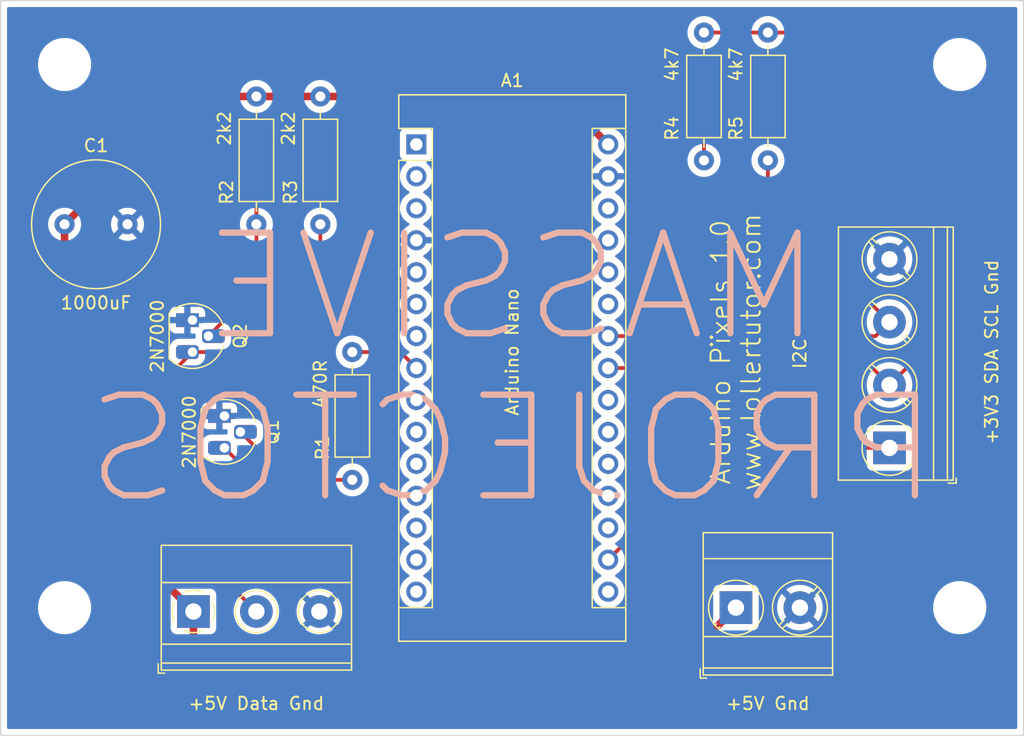
<source format=kicad_pcb>
(kicad_pcb (version 20211014) (generator pcbnew)
  (layers (0 "F.Cu" signal) (31 "B.Cu" signal) (34 "B.Paste" user) (35 "F.Paste" user) (36 "B.SilkS" user "B.Silkscreen") (37 "F.SilkS" user "F.Silkscreen") (38 "B.Mask" user) (39 "F.Mask" user) (44 "Edge.Cuts" user))
  (net 0 "")
  (net 1 "+3V3")
  (net 2 "Net-(J3-Pad2)")
  (net 3 "Net-(J3-Pad3)")
  (net 4 "GND")
  (net 5 "+5V")
  (net 6 "Net-(R3-Pad1)")
  (net 7 "Net-(R1-Pad1)")
  (net 8 "Buffer")
  (net 9 "Net-(R2-Pad1)")
  (footprint "Resistor_THT:R_Axial_DIN0207_L6.3mm_D2.5mm_P10.16mm_Horizontal" (layer "F.Cu") (at 88.9 106.68 90)
    (fp_text reference "R1" (at 2.54 -2.37 90) (layer "F.SilkS"))
    (fp_text value "470R" (at 7.62 -2.54 90) (layer "F.SilkS"))
    (fp_line (start 9.12 0) (end 8.35 0) (layer "F.SilkS") (width 0.12))
    (fp_line (start 8.35 -1.37) (end 1.81 -1.37) (layer "F.SilkS") (width 0.12))
    (fp_line (start 1.81 -1.37) (end 1.81 1.37) (layer "F.SilkS") (width 0.12))
    (fp_line (start 1.81 1.37) (end 8.35 1.37) (layer "F.SilkS") (width 0.12))
    (fp_line (start 8.35 1.37) (end 8.35 -1.37) (layer "F.SilkS") (width 0.12))
    (fp_line (start 1.04 0) (end 1.81 0) (layer "F.SilkS") (width 0.12))
    (pad "1" thru_hole circle (at 0 0 90) (size 1.6 1.6) (drill 0.8) (layers *.Cu *.Mask) (net 7 "Net-(R1-Pad1)"))
    (pad "2" thru_hole oval (at 10.16 0 90) (size 1.6 1.6) (drill 0.8) (layers *.Cu *.Mask) (net 8 "Buffer"))
  )
  (footprint "MountingHole:MountingHole_3.2mm_M3" (layer "F.Cu") (at 66.04 73.66)
    (fp_text reference "REF**" hide)
    (fp_text value "MountingHole_3.2mm_M3" hide)
    (pad "" np_thru_hole circle (at 0 0) (size 3.2 3.2) (drill 3.2) (layers *.Cu *.Mask))
  )
  (footprint "Package_TO_SOT_THT:TO-92L_HandSolder" (layer "F.Cu") (at 78.74 101.6 -90)
    (fp_text reference "Q1" (at 1.27 -3.8 90) (layer "F.SilkS"))
    (fp_text value "2N7000" (at 1.27 2.79 90) (layer "F.SilkS"))
    (fp_line (start -0.53 1.85) (end 3.07 1.85) (layer "F.SilkS") (width 0.12))
    (fp_arc (start 2.05 -2.45) (mid 3.769931 -0.601036) (end 3.078445 1.827684) (layer "F.SilkS") (width 0.12))
    (fp_arc (start -0.541453 1.842156) (mid -1.247298 -0.581475) (end 0.45 -2.45) (layer "F.SilkS") (width 0.12))
    (pad "1" thru_hole rect (at 0 0 270) (size 1.1 1.8) (drill 0.75 (offset 0 0.4)) (layers *.Cu *.Mask) (net 4 "GND"))
    (pad "2" thru_hole roundrect (at 1.27 -1.27 270) (size 1.1 1.8) (drill 0.75 (offset 0 -0.4)) (layers *.Cu *.Mask) (net 7 "Net-(R1-Pad1)"))
    (pad "3" thru_hole roundrect (at 2.54 0 270) (size 1.1 1.8) (drill 0.75 (offset 0 0.4)) (layers *.Cu *.Mask) (net 9 "Net-(R2-Pad1)"))
  )
  (footprint "MountingHole:MountingHole_3.2mm_M3" (layer "F.Cu") (at 137.16 116.84)
    (fp_text reference "REF**" hide)
    (fp_text value "MountingHole_3.2mm_M3" hide)
    (pad "" np_thru_hole circle (at 0 0) (size 3.2 3.2) (drill 3.2) (layers *.Cu *.Mask))
  )
  (footprint "TerminalBlock_Phoenix:TerminalBlock_Phoenix_MKDS-1,5-3_1x03_P5.00mm_Horizontal" (layer "F.Cu") (at 76.28 117.145)
    (fp_text reference "J2" hide)
    (fp_text value "Pixels Output" hide)
    (fp_line (start -2.56 -5.261) (end -2.56 4.66) (layer "F.SilkS") (width 0.12))
    (fp_line (start 8.773 1.023) (end 8.726 1.069) (layer "F.SilkS") (width 0.12))
    (fp_line (start -2.56 2.6) (end 12.56 2.6) (layer "F.SilkS") (width 0.12))
    (fp_line (start 11.275 -1.069) (end 11.228 -1.023) (layer "F.SilkS") (width 0.12))
    (fp_line (start -2.8 4.9) (end -2.3 4.9) (layer "F.SilkS") (width 0.12))
    (fp_line (start 12.56 -5.261) (end 12.56 4.66) (layer "F.SilkS") (width 0.12))
    (fp_line (start -2.56 -5.261) (end 12.56 -5.261) (layer "F.SilkS") (width 0.12))
    (fp_line (start -2.56 -2.301) (end 12.56 -2.301) (layer "F.SilkS") (width 0.12))
    (fp_line (start -2.56 4.1) (end 12.56 4.1) (layer "F.SilkS") (width 0.12))
    (fp_line (start 3.773 1.023) (end 3.726 1.069) (layer "F.SilkS") (width 0.12))
    (fp_line (start -2.8 4.16) (end -2.8 4.9) (layer "F.SilkS") (width 0.12))
    (fp_line (start 8.966 1.239) (end 8.931 1.274) (layer "F.SilkS") (width 0.12))
    (fp_line (start -2.56 4.66) (end 12.56 4.66) (layer "F.SilkS") (width 0.12))
    (fp_line (start 6.275 -1.069) (end 6.228 -1.023) (layer "F.SilkS") (width 0.12))
    (fp_line (start 11.07 -1.275) (end 11.035 -1.239) (layer "F.SilkS") (width 0.12))
    (fp_line (start 6.07 -1.275) (end 6.035 -1.239) (layer "F.SilkS") (width 0.12))
    (fp_line (start 3.966 1.239) (end 3.931 1.274) (layer "F.SilkS") (width 0.12))
    (fp_arc (start 1.535427 -0.683042) (mid 1.680501 0.000524) (end 1.535 0.684) (layer "F.SilkS") (width 0.12))
    (fp_arc (start -1.535427 0.683042) (mid -1.680501 -0.000524) (end -1.535 -0.684) (layer "F.SilkS") (width 0.12))
    (fp_arc (start 0.683318 1.534756) (mid 0.349292 1.643288) (end 0 1.68) (layer "F.SilkS") (width 0.12))
    (fp_arc (start 0.028805 1.680253) (mid -0.335551 1.646659) (end -0.684 1.535) (layer "F.SilkS") (width 0.12))
    (fp_arc (start -0.683042 -1.535427) (mid 0.000524 -1.680501) (end 0.684 -1.535) (layer "F.SilkS") (width 0.12))
    (fp_circle (center 10 0) (end 11.68 0) (layer "F.SilkS") (width 0.12) (fill none))
    (fp_circle (center 5 0) (end 6.68 0) (layer "F.SilkS") (width 0.12) (fill none))
    (pad "1" thru_hole rect (at 0 0) (size 2.6 2.6) (drill 1.3) (layers *.Cu *.Mask) (net 5 "+5V"))
    (pad "2" thru_hole circle (at 5 0) (size 2.6 2.6) (drill 1.3) (layers *.Cu *.Mask) (net 6 "Net-(R3-Pad1)"))
    (pad "3" thru_hole circle (at 10 0) (size 2.6 2.6) (drill 1.3) (layers *.Cu *.Mask) (net 4 "GND"))
  )
  (footprint "MountingHole:MountingHole_3.2mm_M3" (layer "F.Cu") (at 137.16 73.66)
    (fp_text reference "REF**" hide)
    (fp_text value "MountingHole_3.2mm_M3" hide)
    (pad "" np_thru_hole circle (at 0 0) (size 3.2 3.2) (drill 3.2) (layers *.Cu *.Mask))
  )
  (footprint "Module:Arduino_Nano" (layer "F.Cu") (at 93.99 80.01)
    (fp_text reference "A1" (at 7.62 -5.08) (layer "F.SilkS"))
    (fp_text value "Arduino Nano" (at 7.61 16.51 90) (layer "F.SilkS"))
    (fp_line (start -1.4 1.27) (end -1.4 39.5) (layer "F.SilkS") (width 0.12))
    (fp_line (start 13.97 -1.27) (end 13.97 36.83) (layer "F.SilkS") (width 0.12))
    (fp_line (start -1.4 39.5) (end 16.64 39.5) (layer "F.SilkS") (width 0.12))
    (fp_line (start 16.64 39.5) (end 16.64 -3.94) (layer "F.SilkS") (width 0.12))
    (fp_line (start 1.27 1.27) (end 1.27 36.83) (layer "F.SilkS") (width 0.12))
    (fp_line (start 16.64 -3.94) (end -1.4 -3.94) (layer "F.SilkS") (width 0.12))
    (fp_line (start 1.27 -1.27) (end -1.4 -1.27) (layer "F.SilkS") (width 0.12))
    (fp_line (start 13.97 36.83) (end 16.64 36.83) (layer "F.SilkS") (width 0.12))
    (fp_line (start 1.27 1.27) (end 1.27 -1.27) (layer "F.SilkS") (width 0.12))
    (fp_line (start 1.27 36.83) (end -1.4 36.83) (layer "F.SilkS") (width 0.12))
    (fp_line (start 1.27 1.27) (end -1.4 1.27) (layer "F.SilkS") (width 0.12))
    (fp_line (start 13.97 -1.27) (end 16.64 -1.27) (layer "F.SilkS") (width 0.12))
    (fp_line (start -1.4 -3.94) (end -1.4 -1.27) (layer "F.SilkS") (width 0.12))
    (pad "1" thru_hole rect (at 0 0) (size 1.6 1.6) (drill 1) (layers *.Cu *.Mask))
    (pad "2" thru_hole oval (at 0 2.54) (size 1.6 1.6) (drill 1) (layers *.Cu *.Mask))
    (pad "3" thru_hole oval (at 0 5.08) (size 1.6 1.6) (drill 1) (layers *.Cu *.Mask))
    (pad "4" thru_hole oval (at 0 7.62) (size 1.6 1.6) (drill 1) (layers *.Cu *.Mask) (net 4 "GND"))
    (pad "5" thru_hole oval (at 0 10.16) (size 1.6 1.6) (drill 1) (layers *.Cu *.Mask))
    (pad "6" thru_hole oval (at 0 12.7) (size 1.6 1.6) (drill 1) (layers *.Cu *.Mask))
    (pad "7" thru_hole oval (at 0 15.24) (size 1.6 1.6) (drill 1) (layers *.Cu *.Mask))
    (pad "8" thru_hole oval (at 0 17.78) (size 1.6 1.6) (drill 1) (layers *.Cu *.Mask) (net 8 "Buffer"))
    (pad "9" thru_hole oval (at 0 20.32) (size 1.6 1.6) (drill 1) (layers *.Cu *.Mask))
    (pad "10" thru_hole oval (at 0 22.86) (size 1.6 1.6) (drill 1) (layers *.Cu *.Mask))
    (pad "11" thru_hole oval (at 0 25.4) (size 1.6 1.6) (drill 1) (layers *.Cu *.Mask))
    (pad "12" thru_hole oval (at 0 27.94) (size 1.6 1.6) (drill 1) (layers *.Cu *.Mask))
    (pad "13" thru_hole oval (at 0 30.48) (size 1.6 1.6) (drill 1) (layers *.Cu *.Mask))
    (pad "14" thru_hole oval (at 0 33.02) (size 1.6 1.6) (drill 1) (layers *.Cu *.Mask))
    (pad "15" thru_hole oval (at 0 35.56) (size 1.6 1.6) (drill 1) (layers *.Cu *.Mask))
    (pad "16" thru_hole oval (at 15.24 35.56) (size 1.6 1.6) (drill 1) (layers *.Cu *.Mask))
    (pad "17" thru_hole oval (at 15.24 33.02) (size 1.6 1.6) (drill 1) (layers *.Cu *.Mask) (net 1 "+3V3"))
    (pad "18" thru_hole oval (at 15.24 30.48) (size 1.6 1.6) (drill 1) (layers *.Cu *.Mask))
    (pad "19" thru_hole oval (at 15.24 27.94) (size 1.6 1.6) (drill 1) (layers *.Cu *.Mask))
    (pad "20" thru_hole oval (at 15.24 25.4) (size 1.6 1.6) (drill 1) (layers *.Cu *.Mask))
    (pad "21" thru_hole oval (at 15.24 22.86) (size 1.6 1.6) (drill 1) (layers *.Cu *.Mask))
    (pad "22" thru_hole oval (at 15.24 20.32) (size 1.6 1.6) (drill 1) (layers *.Cu *.Mask))
    (pad "23" thru_hole oval (at 15.24 17.78) (size 1.6 1.6) (drill 1) (layers *.Cu *.Mask) (net 2 "Net-(J3-Pad2)"))
    (pad "24" thru_hole oval (at 15.24 15.24) (size 1.6 1.6) (drill 1) (layers *.Cu *.Mask) (net 3 "Net-(J3-Pad3)"))
    (pad "25" thru_hole oval (at 15.24 12.7) (size 1.6 1.6) (drill 1) (layers *.Cu *.Mask))
    (pad "26" thru_hole oval (at 15.24 10.16) (size 1.6 1.6) (drill 1) (layers *.Cu *.Mask))
    (pad "27" thru_hole oval (at 15.24 7.62) (size 1.6 1.6) (drill 1) (layers *.Cu *.Mask))
    (pad "28" thru_hole oval (at 15.24 5.08) (size 1.6 1.6) (drill 1) (layers *.Cu *.Mask))
    (pad "29" thru_hole oval (at 15.24 2.54) (size 1.6 1.6) (drill 1) (layers *.Cu *.Mask) (net 4 "GND"))
    (pad "30" thru_hole oval (at 15.24 0) (size 1.6 1.6) (drill 1) (layers *.Cu *.Mask) (net 5 "+5V"))
  )
  (footprint "Resistor_THT:R_Axial_DIN0207_L6.3mm_D2.5mm_P10.16mm_Horizontal" (layer "F.Cu") (at 116.84 71.12 -90)
    (fp_text reference "R4" (at 7.62 2.54 90) (layer "F.SilkS"))
    (fp_text value "4k7" (at 2.54 2.54 90) (layer "F.SilkS"))
    (fp_line (start 8.35 1.37) (end 8.35 -1.37) (layer "F.SilkS") (width 0.12))
    (fp_line (start 1.81 -1.37) (end 1.81 1.37) (layer "F.SilkS") (width 0.12))
    (fp_line (start 1.81 1.37) (end 8.35 1.37) (layer "F.SilkS") (width 0.12))
    (fp_line (start 9.12 0) (end 8.35 0) (layer "F.SilkS") (width 0.12))
    (fp_line (start 1.04 0) (end 1.81 0) (layer "F.SilkS") (width 0.12))
    (fp_line (start 8.35 -1.37) (end 1.81 -1.37) (layer "F.SilkS") (width 0.12))
    (pad "1" thru_hole circle (at 0 0 270) (size 1.6 1.6) (drill 0.8) (layers *.Cu *.Mask) (net 1 "+3V3"))
    (pad "2" thru_hole oval (at 10.16 0 270) (size 1.6 1.6) (drill 0.8) (layers *.Cu *.Mask) (net 2 "Net-(J3-Pad2)"))
  )
  (footprint "Resistor_THT:R_Axial_DIN0207_L6.3mm_D2.5mm_P10.16mm_Horizontal" (layer "F.Cu") (at 121.92 71.12 -90)
    (fp_text reference "R5" (at 7.62 2.54 90) (layer "F.SilkS"))
    (fp_text value "4k7" (at 2.54 2.54 90) (layer "F.SilkS"))
    (fp_line (start 9.12 0) (end 8.35 0) (layer "F.SilkS") (width 0.12))
    (fp_line (start 8.35 -1.37) (end 1.81 -1.37) (layer "F.SilkS") (width 0.12))
    (fp_line (start 8.35 1.37) (end 8.35 -1.37) (layer "F.SilkS") (width 0.12))
    (fp_line (start 1.81 -1.37) (end 1.81 1.37) (layer "F.SilkS") (width 0.12))
    (fp_line (start 1.81 1.37) (end 8.35 1.37) (layer "F.SilkS") (width 0.12))
    (fp_line (start 1.04 0) (end 1.81 0) (layer "F.SilkS") (width 0.12))
    (pad "1" thru_hole circle (at 0 0 270) (size 1.6 1.6) (drill 0.8) (layers *.Cu *.Mask) (net 1 "+3V3"))
    (pad "2" thru_hole oval (at 10.16 0 270) (size 1.6 1.6) (drill 0.8) (layers *.Cu *.Mask) (net 3 "Net-(J3-Pad3)"))
  )
  (footprint "MountingHole:MountingHole_3.2mm_M3" (layer "F.Cu") (at 66.04 116.84)
    (fp_text reference "REF**" hide)
    (fp_text value "MountingHole_3.2mm_M3" hide)
    (pad "" np_thru_hole circle (at 0 0) (size 3.2 3.2) (drill 3.2) (layers *.Cu *.Mask))
  )
  (footprint "Resistor_THT:R_Axial_DIN0207_L6.3mm_D2.5mm_P10.16mm_Horizontal" (layer "F.Cu") (at 86.36 86.36 90)
    (fp_text reference "R3" (at 2.54 -2.37 90) (layer "F.SilkS"))
    (fp_text value "2k2" (at 7.62 -2.54 90) (layer "F.SilkS"))
    (fp_line (start 8.35 -1.37) (end 1.81 -1.37) (layer "F.SilkS") (width 0.12))
    (fp_line (start 8.35 1.37) (end 8.35 -1.37) (layer "F.SilkS") (width 0.12))
    (fp_line (start 1.81 1.37) (end 8.35 1.37) (layer "F.SilkS") (width 0.12))
    (fp_line (start 1.04 0) (end 1.81 0) (layer "F.SilkS") (width 0.12))
    (fp_line (start 1.81 -1.37) (end 1.81 1.37) (layer "F.SilkS") (width 0.12))
    (fp_line (start 9.12 0) (end 8.35 0) (layer "F.SilkS") (width 0.12))
    (pad "1" thru_hole circle (at 0 0 90) (size 1.6 1.6) (drill 0.8) (layers *.Cu *.Mask) (net 6 "Net-(R3-Pad1)"))
    (pad "2" thru_hole oval (at 10.16 0 90) (size 1.6 1.6) (drill 0.8) (layers *.Cu *.Mask) (net 5 "+5V"))
  )
  (footprint "Capacitor_THT:C_Radial_D10.0mm_H20.0mm_P5.00mm" (layer "F.Cu") (at 66.04 86.36)
    (fp_text reference "C1" (at 2.5 -6.25) (layer "F.SilkS"))
    (fp_text value "1000uF" (at 2.5 6.25) (layer "F.SilkS"))
    (fp_circle (center 2.5 0) (end 7.62 0) (layer "F.SilkS") (width 0.12) (fill none))
    (pad "1" thru_hole circle (at 0 0) (size 1.6 1.6) (drill 0.8) (layers *.Cu *.Mask) (net 5 "+5V"))
    (pad "2" thru_hole circle (at 5 0) (size 1.6 1.6) (drill 0.8) (layers *.Cu *.Mask) (net 4 "GND"))
  )
  (footprint "TerminalBlock_Phoenix:TerminalBlock_Phoenix_PT-1,5-4-5.0-H_1x04_P5.00mm_Horizontal" (layer "F.Cu") (at 131.58 104.14 90)
    (fp_text reference "J3" hide)
    (fp_text value "I2C" (at 7.5005 -7.12 90) (layer "F.SilkS"))
    (fp_line (start -2.8 5.3) (end -2.4 5.3) (layer "F.SilkS") (width 0.12))
    (fp_line (start 1.388 -1.654) (end 1.281 -1.547) (layer "F.SilkS") (width 0.12))
    (fp_line (start -2.56 4.6) (end 17.561 4.6) (layer "F.SilkS") (width 0.12))
    (fp_line (start 8.993 1.274) (end 8.613 1.654) (layer "F.SilkS") (width 0.12))
    (fp_line (start 16.388 -1.654) (end 16.008 -1.274) (layer "F.SilkS") (width 0.12))
    (fp_line (start 1.654 -1.388) (end 1.547 -1.281) (layer "F.SilkS") (width 0.12))
    (fp_line (start -1.282 1.547) (end -1.388 1.654) (layer "F.SilkS") (width 0.12))
    (fp_line (start 11.388 -1.654) (end 11.008 -1.274) (layer "F.SilkS") (width 0.12))
    (fp_line (start 13.742 0.992) (end 13.347 1.388) (layer "F.SilkS") (width 0.12))
    (fp_line (start 8.742 0.992) (end 8.347 1.388) (layer "F.SilkS") (width 0.12))
    (fp_line (start 3.993 1.274) (end 3.613 1.654) (layer "F.SilkS") (width 0.12))
    (fp_line (start -2.56 -4.06) (end 17.561 -4.06) (layer "F.SilkS") (width 0.12))
    (fp_line (start 11.654 -1.388) (end 11.259 -0.992) (layer "F.SilkS") (width 0.12))
    (fp_line (start -2.8 4.66) (end -2.8 5.3) (layer "F.SilkS") (width 0.12))
    (fp_line (start 6.388 -1.654) (end 6.008 -1.274) (layer "F.SilkS") (width 0.12))
    (fp_line (start -2.56 3.5) (end 17.561 3.5) (layer "F.SilkS") (width 0.12))
    (fp_line (start 17.561 -4.06) (end 17.561 5.06) (layer "F.SilkS") (width 0.12))
    (fp_line (start 16.654 -1.388) (end 16.259 -0.992) (layer "F.SilkS") (width 0.12))
    (fp_line (start 3.742 0.992) (end 3.347 1.388) (layer "F.SilkS") (width 0.12))
    (fp_line (start 13.993 1.274) (end 13.613 1.654) (layer "F.SilkS") (width 0.12))
    (fp_line (start -2.56 5.06) (end 17.561 5.06) (layer "F.SilkS") (width 0.12))
    (fp_line (start -1.548 1.281) (end -1.654 1.388) (layer "F.SilkS") (width 0.12))
    (fp_line (start -2.56 -4.06) (end -2.56 5.06) (layer "F.SilkS") (width 0.12))
    (fp_line (start 6.654 -1.388) (end 6.259 -0.992) (layer "F.SilkS") (width 0.12))
    (fp_circle (center 0 0) (end 2.18 0) (layer "F.SilkS") (width 0.12) (fill none))
    (fp_circle (center 5 0) (end 7.18 0) (layer "F.SilkS") (width 0.12) (fill none))
    (fp_circle (center 10 0) (end 12.18 0) (layer "F.SilkS") (width 0.12) (fill none))
    (fp_circle (center 15 0) (end 17.18 0) (layer "F.SilkS") (width 0.12) (fill none))
    (pad "1" thru_hole rect (at 0 0 90) (size 2.6 2.6) (drill 1.3) (layers *.Cu *.Mask) (net 1 "+3V3"))
    (pad "2" thru_hole circle (at 5 0 90) (size 2.6 2.6) (drill 1.3) (layers *.Cu *.Mask) (net 2 "Net-(J3-Pad2)"))
    (pad "3" thru_hole circle (at 10 0 90) (size 2.6 2.6) (drill 1.3) (layers *.Cu *.Mask) (net 3 "Net-(J3-Pad3)"))
    (pad "4" thru_hole circle (at 15 0 90) (size 2.6 2.6) (drill 1.3) (layers *.Cu *.Mask) (net 4 "GND"))
  )
  (footprint "Package_TO_SOT_THT:TO-92L_HandSolder" (layer "F.Cu") (at 76.2 93.98 -90)
    (fp_text reference "Q2" (at 1.27 -3.8 90) (layer "F.SilkS"))
    (fp_text value "2N7000" (at 1.27 2.79 90) (layer "F.SilkS"))
    (fp_line (start -0.53 1.85) (end 3.07 1.85) (layer "F.SilkS") (width 0.12))
    (fp_arc (start -0.541453 1.842156) (mid -1.247298 -0.581475) (end 0.45 -2.45) (layer "F.SilkS") (width 0.12))
    (fp_arc (start 2.05 -2.45) (mid 3.769931 -0.601036) (end 3.078445 1.827684) (layer "F.SilkS") (width 0.12))
    (pad "1" thru_hole rect (at 0 0 270) (size 1.1 1.8) (drill 0.75 (offset 0 0.4)) (layers *.Cu *.Mask) (net 4 "GND"))
    (pad "2" thru_hole roundrect (at 1.27 -1.27 270) (size 1.1 1.8) (drill 0.75 (offset 0 -0.4)) (layers *.Cu *.Mask) (net 9 "Net-(R2-Pad1)"))
    (pad "3" thru_hole roundrect (at 2.54 0 270) (size 1.1 1.8) (drill 0.75 (offset 0 0.4)) (layers *.Cu *.Mask) (net 6 "Net-(R3-Pad1)"))
  )
  (footprint "Resistor_THT:R_Axial_DIN0207_L6.3mm_D2.5mm_P10.16mm_Horizontal" (layer "F.Cu") (at 81.28 86.36 90)
    (fp_text reference "R2" (at 2.54 -2.37 90) (layer "F.SilkS"))
    (fp_text value "2k2" (at 7.62 -2.54 90) (layer "F.SilkS"))
    (fp_line (start 8.35 -1.37) (end 1.81 -1.37) (layer "F.SilkS") (width 0.12))
    (fp_line (start 8.35 1.37) (end 8.35 -1.37) (layer "F.SilkS") (width 0.12))
    (fp_line (start 1.04 0) (end 1.81 0) (layer "F.SilkS") (width 0.12))
    (fp_line (start 9.12 0) (end 8.35 0) (layer "F.SilkS") (width 0.12))
    (fp_line (start 1.81 1.37) (end 8.35 1.37) (layer "F.SilkS") (width 0.12))
    (fp_line (start 1.81 -1.37) (end 1.81 1.37) (layer "F.SilkS") (width 0.12))
    (pad "1" thru_hole circle (at 0 0 90) (size 1.6 1.6) (drill 0.8) (layers *.Cu *.Mask) (net 9 "Net-(R2-Pad1)"))
    (pad "2" thru_hole oval (at 10.16 0 90) (size 1.6 1.6) (drill 0.8) (layers *.Cu *.Mask) (net 5 "+5V"))
  )
  (footprint "TerminalBlock_Phoenix:TerminalBlock_Phoenix_MKDS-3-2-5.08_1x02_P5.08mm_Horizontal" (layer "F.Cu") (at 119.38 116.84)
    (fp_text reference "J1" hide)
    (fp_text value "Power In" hide)
    (fp_line (start -2.6 5.36) (end 7.68 5.36) (layer "F.SilkS") (width 0.12))
    (fp_line (start 1.388 -1.654) (end 1.281 -1.547) (layer "F.SilkS") (width 0.12))
    (fp_line (start -2.84 4.86) (end -2.84 5.6) (layer "F.SilkS") (width 0.12))
    (fp_line (start 3.822 0.992) (end 3.427 1.388) (layer "F.SilkS") (width 0.12))
    (fp_line (start -2.6 -5.96) (end 7.68 -5.96) (layer "F.SilkS") (width 0.12))
    (fp_line (start 1.654 -1.388) (end 1.547 -1.281) (layer "F.SilkS") (width 0.12))
    (fp_line (start -2.6 4.8) (end 7.68 4.8) (layer "F.SilkS") (width 0.12))
    (fp_line (start -2.6 -3.9) (end 7.68 -3.9) (layer "F.SilkS") (width 0.12))
    (fp_line (start -2.6 -5.96) (end -2.6 5.36) (layer "F.SilkS") (width 0.12))
    (fp_line (start 6.734 -1.388) (end 6.339 -0.992) (layer "F.SilkS") (width 0.12))
    (fp_line (start 7.68 -5.96) (end 7.68 5.36) (layer "F.SilkS") (width 0.12))
    (fp_line (start -2.84 5.6) (end -2.34 5.6) (layer "F.SilkS") (width 0.12))
    (fp_line (start 6.468 -1.654) (end 6.088 -1.274) (layer "F.SilkS") (width 0.12))
    (fp_line (start -2.6 2.3) (end 7.68 2.3) (layer "F.SilkS") (width 0.12))
    (fp_line (start -1.548 1.281) (end -1.654 1.388) (layer "F.SilkS") (width 0.12))
    (fp_line (start -1.282 1.547) (end -1.388 1.654) (layer "F.SilkS") (width 0.12))
    (fp_line (start 4.073 1.274) (end 3.693 1.654) (layer "F.SilkS") (width 0.12))
    (fp_circle (center 5.08 0) (end 7.26 0) (layer "F.SilkS") (width 0.12) (fill none))
    (fp_circle (center 0 0) (end 2.18 0) (layer "F.SilkS") (width 0.12) (fill none))
    (pad "1" thru_hole rect (at 0 0) (size 2.6 2.6) (drill 1.3) (layers *.Cu *.Mask) (net 5 "+5V"))
    (pad "2" thru_hole circle (at 5.08 0) (size 2.6 2.6) (drill 1.3) (layers *.Cu *.Mask) (net 4 "GND"))
  )
  (gr_poly (pts (xy 142.24 127) (xy 60.96 127) (xy 60.96 68.58) (xy 142.24 68.58)) (layer "Edge.Cuts") (width 0.1) (fill none))
  (gr_text "MASSIVE\nPROJECTOS" (at 101.6 97.79) (layer "B.SilkS") (effects (font (size 8 8) (thickness 0.5)) (justify mirror)))
  (gr_text "Arduino Pïxels 1.0\nwww.lollertutor.com" (at 119.38 96.52 90) (layer "F.SilkS") (effects (font (size 1.5 1.5))))
  (gr_text "+5V Gnd" (at 121.92 124.46) (layer "F.SilkS") (effects (font (size 1 1))))
  (gr_text "+3V3 SDA SCL Gnd" (at 139.7 96.52 90) (layer "F.SilkS") (effects (font (size 1 1))))
  (gr_text "+5V Data Gnd" (at 81.28 124.46) (layer "F.SilkS") (effects (font (size 1 1))))
  (segment (start 129.54 71.12) (end 121.92 71.12) (width 0.3) (layer "F.Cu") (net 1))
  (segment (start 121.92 71.12) (end 116.84 71.12) (width 0.3) (layer "F.Cu") (net 1))
  (segment (start 137.16 101.6) (end 137.16 78.74) (width 0.3) (layer "F.Cu") (net 1))
  (segment (start 118.12 104.14) (end 109.23 113.03) (width 0.3) (layer "F.Cu") (net 1))
  (segment (start 137.16 78.74) (end 129.54 71.12) (width 0.3) (layer "F.Cu") (net 1))
  (segment (start 134.62 104.14) (end 137.16 101.6) (width 0.3) (layer "F.Cu") (net 1))
  (segment (start 131.58 104.14) (end 134.62 104.14) (width 0.3) (layer "F.Cu") (net 1))
  (segment (start 131.58 104.14) (end 118.12 104.14) (width 0.3) (layer "F.Cu") (net 1))
  (segment (start 131.58 99.14) (end 134.2 96.52) (width 0.3) (layer "F.Cu") (net 2))
  (segment (start 134.62 96.52) (end 134.62 78.74) (width 0.3) (layer "F.Cu") (net 2))
  (segment (start 132.08 76.2) (end 119.38 76.2) (width 0.3) (layer "F.Cu") (net 2))
  (segment (start 134.62 78.74) (end 132.08 76.2) (width 0.3) (layer "F.Cu") (net 2))
  (segment (start 119.38 76.2) (end 116.84 78.74) (width 0.3) (layer "F.Cu") (net 2))
  (segment (start 134.2 96.52) (end 134.62 96.52) (width 0.3) (layer "F.Cu") (net 2))
  (segment (start 109.23 97.79) (end 130.23 97.79) (width 0.3) (layer "F.Cu") (net 2))
  (segment (start 130.23 97.79) (end 131.58 99.14) (width 0.3) (layer "F.Cu") (net 2))
  (segment (start 116.84 78.74) (end 116.84 81.28) (width 0.3) (layer "F.Cu") (net 2))
  (segment (start 121.92 81.28) (end 121.92 84.48) (width 0.3) (layer "F.Cu") (net 3))
  (segment (start 130.47 95.25) (end 131.58 94.14) (width 0.3) (layer "F.Cu") (net 3))
  (segment (start 121.92 84.48) (end 131.58 94.14) (width 0.3) (layer "F.Cu") (net 3))
  (segment (start 109.23 95.25) (end 130.47 95.25) (width 0.3) (layer "F.Cu") (net 3))
  (segment (start 114.3 121.92) (end 119.38 116.84) (width 0.6) (layer "F.Cu") (net 5))
  (segment (start 81.28 76.2) (end 76.2 76.2) (width 0.6) (layer "F.Cu") (net 5))
  (segment (start 66.04 106.905) (end 66.04 86.36) (width 0.6) (layer "F.Cu") (net 5))
  (segment (start 78.74 121.92) (end 114.3 121.92) (width 0.6) (layer "F.Cu") (net 5))
  (segment (start 76.28 117.145) (end 76.28 119.46) (width 0.6) (layer "F.Cu") (net 5))
  (segment (start 86.36 76.2) (end 81.28 76.2) (width 0.6) (layer "F.Cu") (net 5))
  (segment (start 109.23 80.01) (end 105.42 76.2) (width 0.6) (layer "F.Cu") (net 5))
  (segment (start 76.2 76.2) (end 66.04 86.36) (width 0.6) (layer "F.Cu") (net 5))
  (segment (start 76.28 117.145) (end 66.04 106.905) (width 0.6) (layer "F.Cu") (net 5))
  (segment (start 105.42 76.2) (end 86.36 76.2) (width 0.6) (layer "F.Cu") (net 5))
  (segment (start 76.28 119.46) (end 78.74 121.92) (width 0.6) (layer "F.Cu") (net 5))
  (segment (start 73.66 99.06) (end 73.66 109.525) (width 0.3) (layer "F.Cu") (net 6))
  (segment (start 86.36 88.543204) (end 83.82 91.083204) (width 0.3) (layer "F.Cu") (net 6))
  (segment (start 83.82 93.98) (end 81.28 96.52) (width 0.3) (layer "F.Cu") (net 6))
  (segment (start 83.82 91.083204) (end 83.82 93.98) (width 0.3) (layer "F.Cu") (net 6))
  (segment (start 86.36 86.36) (end 86.36 88.543204) (width 0.3) (layer "F.Cu") (net 6))
  (segment (start 81.28 96.52) (end 76.2 96.52) (width 0.3) (layer "F.Cu") (net 6))
  (segment (start 76.2 96.52) (end 73.66 99.06) (width 0.3) (layer "F.Cu") (net 6))
  (segment (start 73.66 109.525) (end 81.28 117.145) (width 0.3) (layer "F.Cu") (net 6))
  (segment (start 83.82 106.68) (end 88.9 106.68) (width 0.3) (layer "F.Cu") (net 7))
  (segment (start 80.01 102.87) (end 83.82 106.68) (width 0.3) (layer "F.Cu") (net 7))
  (segment (start 92.72 96.52) (end 93.99 97.79) (width 0.3) (layer "F.Cu") (net 8))
  (segment (start 88.9 96.52) (end 92.72 96.52) (width 0.3) (layer "F.Cu") (net 8))
  (segment (start 83.82 81.28) (end 81.28 83.82) (width 0.3) (layer "F.Cu") (net 9))
  (segment (start 91.44 83.82) (end 88.9 81.28) (width 0.3) (layer "F.Cu") (net 9))
  (segment (start 91.44 104.14) (end 86.36 99.06) (width 0.3) (layer "F.Cu") (net 9))
  (segment (start 86.36 93.98) (end 91.44 88.9) (width 0.3) (layer "F.Cu") (net 9))
  (segment (start 91.44 88.9) (end 91.44 83.82) (width 0.3) (layer "F.Cu") (net 9))
  (segment (start 86.36 111.76) (end 88.9 111.76) (width 0.3) (layer "F.Cu") (net 9))
  (segment (start 78.74 104.14) (end 86.36 111.76) (width 0.3) (layer "F.Cu") (net 9))
  (segment (start 81.28 86.36) (end 81.28 91.44) (width 0.3) (layer "F.Cu") (net 9))
  (segment (start 88.9 111.76) (end 91.44 109.22) (width 0.3) (layer "F.Cu") (net 9))
  (segment (start 81.28 91.44) (end 77.47 95.25) (width 0.3) (layer "F.Cu") (net 9))
  (segment (start 81.28 83.82) (end 81.28 86.36) (width 0.3) (layer "F.Cu") (net 9))
  (segment (start 88.9 81.28) (end 83.82 81.28) (width 0.3) (layer "F.Cu") (net 9))
  (segment (start 91.44 109.22) (end 91.44 104.14) (width 0.3) (layer "F.Cu") (net 9))
  (segment (start 86.36 99.06) (end 86.36 93.98) (width 0.3) (layer "F.Cu") (net 9))
  (zone (net 4) (net_name "GND") (layer "B.Cu") (connect_pads (clearance 0.508)) (min_thickness 0.254) (fill yes (thermal_gap 0.508) (thermal_bridge_width 0.508))
    (polygon (pts (xy 142.24 127) (xy 60.96 127) (xy 60.96 68.58) (xy 142.24 68.58)))
  )
)
</source>
